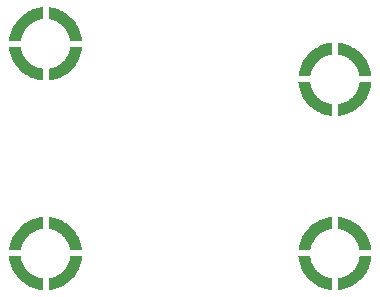
<source format=gtl>
%TF.GenerationSoftware,KiCad,Pcbnew,6.0.4-6f826c9f35~116~ubuntu18.04.1*%
%TF.CreationDate,2023-11-26T11:14:00-05:00*%
%TF.ProjectId,SH101_MOD_GRIP_BOARD,53483130-315f-44d4-9f44-5f475249505f,rev?*%
%TF.SameCoordinates,Original*%
%TF.FileFunction,Copper,L1,Top*%
%TF.FilePolarity,Positive*%
%FSLAX46Y46*%
G04 Gerber Fmt 4.6, Leading zero omitted, Abs format (unit mm)*
G04 Created by KiCad (PCBNEW 6.0.4-6f826c9f35~116~ubuntu18.04.1) date 2023-11-26 11:14:00*
%MOMM*%
%LPD*%
G01*
G04 APERTURE LIST*
G04 APERTURE END LIST*
%TO.C,SP2*%
G36*
X8001402Y-27905137D02*
G01*
X7911496Y-27917906D01*
X7822869Y-27934373D01*
X7735601Y-27954457D01*
X7649773Y-27978078D01*
X7565466Y-28005155D01*
X7482760Y-28035607D01*
X7401736Y-28069353D01*
X7322474Y-28106314D01*
X7245056Y-28146408D01*
X7169562Y-28189555D01*
X7096072Y-28235674D01*
X7024667Y-28284684D01*
X6955428Y-28336505D01*
X6888435Y-28391057D01*
X6823769Y-28448258D01*
X6761511Y-28508028D01*
X6701742Y-28570286D01*
X6644541Y-28634952D01*
X6589990Y-28701945D01*
X6538169Y-28771184D01*
X6489158Y-28842590D01*
X6443040Y-28916080D01*
X6399893Y-28991575D01*
X6359799Y-29068993D01*
X6322839Y-29148255D01*
X6289093Y-29229280D01*
X6258641Y-29311986D01*
X6231565Y-29396294D01*
X6207944Y-29482122D01*
X6187860Y-29569391D01*
X6171394Y-29658019D01*
X6158625Y-29747925D01*
X5162302Y-29747925D01*
X5176960Y-29606909D01*
X5197801Y-29467861D01*
X5224684Y-29330924D01*
X5257468Y-29196236D01*
X5296015Y-29063940D01*
X5340182Y-28934174D01*
X5389830Y-28807080D01*
X5444818Y-28682798D01*
X5505006Y-28561469D01*
X5570253Y-28443233D01*
X5640419Y-28328230D01*
X5715363Y-28216601D01*
X5794945Y-28108486D01*
X5879024Y-28004026D01*
X5967461Y-27903361D01*
X6060114Y-27806632D01*
X6156843Y-27713979D01*
X6257507Y-27625542D01*
X6361967Y-27541463D01*
X6470082Y-27461881D01*
X6581711Y-27386937D01*
X6696714Y-27316771D01*
X6814950Y-27251524D01*
X6936279Y-27191336D01*
X7060561Y-27136348D01*
X7187655Y-27086700D01*
X7317420Y-27042533D01*
X7449717Y-27003987D01*
X7584404Y-26971202D01*
X7721341Y-26944320D01*
X7860389Y-26923479D01*
X8001406Y-26908822D01*
X8001402Y-27905137D01*
G37*
G36*
X11326102Y-30389182D02*
G01*
X11305281Y-30528249D01*
X11278416Y-30665206D01*
X11245648Y-30799914D01*
X11207117Y-30932231D01*
X11162963Y-31062016D01*
X11113326Y-31189131D01*
X11058349Y-31313433D01*
X10998170Y-31434783D01*
X10932930Y-31553040D01*
X10862770Y-31668064D01*
X10787830Y-31779713D01*
X10708251Y-31887848D01*
X10624174Y-31992328D01*
X10535738Y-32093013D01*
X10443084Y-32189761D01*
X10346353Y-32282433D01*
X10245685Y-32370887D01*
X10141221Y-32454985D01*
X10033100Y-32534584D01*
X9921465Y-32609544D01*
X9806454Y-32679725D01*
X9688209Y-32744987D01*
X9566870Y-32805189D01*
X9442578Y-32860190D01*
X9315473Y-32909850D01*
X9185695Y-32954028D01*
X9053385Y-32992584D01*
X8918683Y-33025378D01*
X8781731Y-33052268D01*
X8642668Y-33073114D01*
X8501635Y-33087777D01*
X8501638Y-32090943D01*
X8591544Y-32078174D01*
X8680172Y-32061707D01*
X8767439Y-32041623D01*
X8853267Y-32018002D01*
X8937574Y-31990925D01*
X9020280Y-31960473D01*
X9101304Y-31926727D01*
X9180566Y-31889766D01*
X9257984Y-31849672D01*
X9333478Y-31806525D01*
X9406968Y-31760406D01*
X9478373Y-31711396D01*
X9547612Y-31659575D01*
X9614605Y-31605023D01*
X9679271Y-31547822D01*
X9741529Y-31488052D01*
X9801298Y-31425794D01*
X9858499Y-31361128D01*
X9913050Y-31294135D01*
X9964871Y-31224895D01*
X10013882Y-31153490D01*
X10060000Y-31080000D01*
X10103147Y-31004505D01*
X10143241Y-30927086D01*
X10180201Y-30847825D01*
X10213947Y-30766800D01*
X10244399Y-30684094D01*
X10271476Y-30599786D01*
X10295096Y-30513957D01*
X10315180Y-30426689D01*
X10331647Y-30338061D01*
X10344415Y-30248154D01*
X11340738Y-30248147D01*
X11326102Y-30389182D01*
G37*
G36*
X8642668Y-26922972D02*
G01*
X8781731Y-26943818D01*
X8918683Y-26970708D01*
X9053385Y-27003501D01*
X9185695Y-27042056D01*
X9315473Y-27086233D01*
X9442578Y-27135893D01*
X9566870Y-27190893D01*
X9688209Y-27251094D01*
X9806454Y-27316355D01*
X9921465Y-27386536D01*
X10033100Y-27461496D01*
X10141221Y-27541094D01*
X10245685Y-27625191D01*
X10346353Y-27713645D01*
X10443084Y-27806316D01*
X10535738Y-27903064D01*
X10624174Y-28003748D01*
X10708251Y-28108227D01*
X10787830Y-28216362D01*
X10862770Y-28328011D01*
X10932930Y-28443034D01*
X10998170Y-28561291D01*
X11058349Y-28682640D01*
X11113326Y-28806942D01*
X11162963Y-28934057D01*
X11207117Y-29063842D01*
X11245648Y-29196159D01*
X11278416Y-29330866D01*
X11305281Y-29467823D01*
X11326102Y-29606890D01*
X11340738Y-29747925D01*
X10344415Y-29747918D01*
X10331646Y-29658012D01*
X10315179Y-29569385D01*
X10295095Y-29482117D01*
X10271474Y-29396289D01*
X10244398Y-29311982D01*
X10213946Y-29229276D01*
X10180199Y-29148252D01*
X10143238Y-29068990D01*
X10103144Y-28991572D01*
X10059998Y-28916078D01*
X10013879Y-28842588D01*
X9964869Y-28771183D01*
X9913047Y-28701944D01*
X9858496Y-28634951D01*
X9801295Y-28570286D01*
X9741525Y-28508028D01*
X9679267Y-28448258D01*
X9614602Y-28391057D01*
X9547609Y-28336506D01*
X9478370Y-28284685D01*
X9406965Y-28235675D01*
X9333475Y-28189557D01*
X9257980Y-28146411D01*
X9180562Y-28106317D01*
X9101301Y-28069357D01*
X9020277Y-28035611D01*
X8937571Y-28005159D01*
X8853263Y-27978083D01*
X8767436Y-27954463D01*
X8680168Y-27934379D01*
X8591540Y-27917913D01*
X8501635Y-27905144D01*
X8501635Y-26908311D01*
X8642668Y-26922972D01*
G37*
G36*
X6158625Y-30248162D02*
G01*
X6171394Y-30338068D01*
X6187861Y-30426695D01*
X6207945Y-30513963D01*
X6231566Y-30599791D01*
X6258642Y-30684098D01*
X6289094Y-30766804D01*
X6322841Y-30847828D01*
X6359802Y-30927090D01*
X6399896Y-31004508D01*
X6443042Y-31080002D01*
X6489161Y-31153492D01*
X6538171Y-31224897D01*
X6589993Y-31294136D01*
X6644544Y-31361129D01*
X6701745Y-31425794D01*
X6761515Y-31488052D01*
X6823773Y-31547822D01*
X6888439Y-31605022D01*
X6955431Y-31659574D01*
X7024670Y-31711394D01*
X7096075Y-31760404D01*
X7169565Y-31806523D01*
X7245060Y-31849669D01*
X7322478Y-31889763D01*
X7401740Y-31926723D01*
X7482764Y-31960469D01*
X7565469Y-31990921D01*
X7649777Y-32017997D01*
X7735605Y-32041617D01*
X7822872Y-32061701D01*
X7911500Y-32078167D01*
X8001406Y-32090935D01*
X8001406Y-33087258D01*
X7860389Y-33072600D01*
X7721341Y-33051759D01*
X7584404Y-33024876D01*
X7449717Y-32992091D01*
X7317420Y-32953544D01*
X7187655Y-32909377D01*
X7060561Y-32859729D01*
X6936279Y-32804741D01*
X6814950Y-32744553D01*
X6696714Y-32679306D01*
X6581711Y-32609140D01*
X6470082Y-32534196D01*
X6361967Y-32454614D01*
X6257507Y-32370534D01*
X6156843Y-32282098D01*
X6060114Y-32189445D01*
X5967461Y-32092716D01*
X5879024Y-31992052D01*
X5794945Y-31887592D01*
X5715363Y-31779477D01*
X5640419Y-31667848D01*
X5570253Y-31552846D01*
X5505006Y-31434610D01*
X5444818Y-31313280D01*
X5389830Y-31188999D01*
X5340182Y-31061905D01*
X5296015Y-30932140D01*
X5257468Y-30799843D01*
X5224684Y-30665156D01*
X5197801Y-30528219D01*
X5176960Y-30389171D01*
X5162302Y-30248154D01*
X6158625Y-30248162D01*
G37*
%TO.C,SP1*%
G36*
X6158625Y-12498162D02*
G01*
X6171394Y-12588068D01*
X6187861Y-12676695D01*
X6207945Y-12763963D01*
X6231566Y-12849791D01*
X6258642Y-12934098D01*
X6289094Y-13016804D01*
X6322841Y-13097828D01*
X6359802Y-13177090D01*
X6399896Y-13254508D01*
X6443042Y-13330002D01*
X6489161Y-13403492D01*
X6538171Y-13474897D01*
X6589993Y-13544136D01*
X6644544Y-13611129D01*
X6701745Y-13675794D01*
X6761515Y-13738052D01*
X6823773Y-13797822D01*
X6888439Y-13855022D01*
X6955431Y-13909574D01*
X7024670Y-13961394D01*
X7096075Y-14010404D01*
X7169565Y-14056523D01*
X7245060Y-14099669D01*
X7322478Y-14139763D01*
X7401740Y-14176723D01*
X7482764Y-14210469D01*
X7565469Y-14240921D01*
X7649777Y-14267997D01*
X7735605Y-14291617D01*
X7822872Y-14311701D01*
X7911500Y-14328167D01*
X8001406Y-14340935D01*
X8001406Y-15337258D01*
X7860389Y-15322600D01*
X7721341Y-15301759D01*
X7584404Y-15274876D01*
X7449717Y-15242091D01*
X7317420Y-15203544D01*
X7187655Y-15159377D01*
X7060561Y-15109729D01*
X6936279Y-15054741D01*
X6814950Y-14994553D01*
X6696714Y-14929306D01*
X6581711Y-14859140D01*
X6470082Y-14784196D01*
X6361967Y-14704614D01*
X6257507Y-14620534D01*
X6156843Y-14532098D01*
X6060114Y-14439445D01*
X5967461Y-14342716D01*
X5879024Y-14242052D01*
X5794945Y-14137592D01*
X5715363Y-14029477D01*
X5640419Y-13917848D01*
X5570253Y-13802846D01*
X5505006Y-13684610D01*
X5444818Y-13563280D01*
X5389830Y-13438999D01*
X5340182Y-13311905D01*
X5296015Y-13182140D01*
X5257468Y-13049843D01*
X5224684Y-12915156D01*
X5197801Y-12778219D01*
X5176960Y-12639171D01*
X5162302Y-12498154D01*
X6158625Y-12498162D01*
G37*
G36*
X11326102Y-12639182D02*
G01*
X11305281Y-12778249D01*
X11278416Y-12915206D01*
X11245648Y-13049914D01*
X11207117Y-13182231D01*
X11162963Y-13312016D01*
X11113326Y-13439131D01*
X11058349Y-13563433D01*
X10998170Y-13684783D01*
X10932930Y-13803040D01*
X10862770Y-13918064D01*
X10787830Y-14029713D01*
X10708251Y-14137848D01*
X10624174Y-14242328D01*
X10535738Y-14343013D01*
X10443084Y-14439761D01*
X10346353Y-14532433D01*
X10245685Y-14620887D01*
X10141221Y-14704985D01*
X10033100Y-14784584D01*
X9921465Y-14859544D01*
X9806454Y-14929725D01*
X9688209Y-14994987D01*
X9566870Y-15055189D01*
X9442578Y-15110190D01*
X9315473Y-15159850D01*
X9185695Y-15204028D01*
X9053385Y-15242584D01*
X8918683Y-15275378D01*
X8781731Y-15302268D01*
X8642668Y-15323114D01*
X8501635Y-15337777D01*
X8501638Y-14340943D01*
X8591544Y-14328174D01*
X8680172Y-14311707D01*
X8767439Y-14291623D01*
X8853267Y-14268002D01*
X8937574Y-14240925D01*
X9020280Y-14210473D01*
X9101304Y-14176727D01*
X9180566Y-14139766D01*
X9257984Y-14099672D01*
X9333478Y-14056525D01*
X9406968Y-14010406D01*
X9478373Y-13961396D01*
X9547612Y-13909575D01*
X9614605Y-13855023D01*
X9679271Y-13797822D01*
X9741529Y-13738052D01*
X9801298Y-13675794D01*
X9858499Y-13611128D01*
X9913050Y-13544135D01*
X9964871Y-13474895D01*
X10013882Y-13403490D01*
X10060000Y-13330000D01*
X10103147Y-13254505D01*
X10143241Y-13177086D01*
X10180201Y-13097825D01*
X10213947Y-13016800D01*
X10244399Y-12934094D01*
X10271476Y-12849786D01*
X10295096Y-12763957D01*
X10315180Y-12676689D01*
X10331647Y-12588061D01*
X10344415Y-12498154D01*
X11340738Y-12498147D01*
X11326102Y-12639182D01*
G37*
G36*
X8001402Y-10155137D02*
G01*
X7911496Y-10167906D01*
X7822869Y-10184373D01*
X7735601Y-10204457D01*
X7649773Y-10228078D01*
X7565466Y-10255155D01*
X7482760Y-10285607D01*
X7401736Y-10319353D01*
X7322474Y-10356314D01*
X7245056Y-10396408D01*
X7169562Y-10439555D01*
X7096072Y-10485674D01*
X7024667Y-10534684D01*
X6955428Y-10586505D01*
X6888435Y-10641057D01*
X6823769Y-10698258D01*
X6761511Y-10758028D01*
X6701742Y-10820286D01*
X6644541Y-10884952D01*
X6589990Y-10951945D01*
X6538169Y-11021184D01*
X6489158Y-11092590D01*
X6443040Y-11166080D01*
X6399893Y-11241575D01*
X6359799Y-11318993D01*
X6322839Y-11398255D01*
X6289093Y-11479280D01*
X6258641Y-11561986D01*
X6231565Y-11646294D01*
X6207944Y-11732122D01*
X6187860Y-11819391D01*
X6171394Y-11908019D01*
X6158625Y-11997925D01*
X5162302Y-11997925D01*
X5176960Y-11856909D01*
X5197801Y-11717861D01*
X5224684Y-11580924D01*
X5257468Y-11446236D01*
X5296015Y-11313940D01*
X5340182Y-11184174D01*
X5389830Y-11057080D01*
X5444818Y-10932798D01*
X5505006Y-10811469D01*
X5570253Y-10693233D01*
X5640419Y-10578230D01*
X5715363Y-10466601D01*
X5794945Y-10358486D01*
X5879024Y-10254026D01*
X5967461Y-10153361D01*
X6060114Y-10056632D01*
X6156843Y-9963979D01*
X6257507Y-9875542D01*
X6361967Y-9791463D01*
X6470082Y-9711881D01*
X6581711Y-9636937D01*
X6696714Y-9566771D01*
X6814950Y-9501524D01*
X6936279Y-9441336D01*
X7060561Y-9386348D01*
X7187655Y-9336700D01*
X7317420Y-9292533D01*
X7449717Y-9253987D01*
X7584404Y-9221202D01*
X7721341Y-9194320D01*
X7860389Y-9173479D01*
X8001406Y-9158822D01*
X8001402Y-10155137D01*
G37*
G36*
X8642668Y-9172972D02*
G01*
X8781731Y-9193818D01*
X8918683Y-9220708D01*
X9053385Y-9253501D01*
X9185695Y-9292056D01*
X9315473Y-9336233D01*
X9442578Y-9385893D01*
X9566870Y-9440893D01*
X9688209Y-9501094D01*
X9806454Y-9566355D01*
X9921465Y-9636536D01*
X10033100Y-9711496D01*
X10141221Y-9791094D01*
X10245685Y-9875191D01*
X10346353Y-9963645D01*
X10443084Y-10056316D01*
X10535738Y-10153064D01*
X10624174Y-10253748D01*
X10708251Y-10358227D01*
X10787830Y-10466362D01*
X10862770Y-10578011D01*
X10932930Y-10693034D01*
X10998170Y-10811291D01*
X11058349Y-10932640D01*
X11113326Y-11056942D01*
X11162963Y-11184057D01*
X11207117Y-11313842D01*
X11245648Y-11446159D01*
X11278416Y-11580866D01*
X11305281Y-11717823D01*
X11326102Y-11856890D01*
X11340738Y-11997925D01*
X10344415Y-11997918D01*
X10331646Y-11908012D01*
X10315179Y-11819385D01*
X10295095Y-11732117D01*
X10271474Y-11646289D01*
X10244398Y-11561982D01*
X10213946Y-11479276D01*
X10180199Y-11398252D01*
X10143238Y-11318990D01*
X10103144Y-11241572D01*
X10059998Y-11166078D01*
X10013879Y-11092588D01*
X9964869Y-11021183D01*
X9913047Y-10951944D01*
X9858496Y-10884951D01*
X9801295Y-10820286D01*
X9741525Y-10758028D01*
X9679267Y-10698258D01*
X9614602Y-10641057D01*
X9547609Y-10586506D01*
X9478370Y-10534685D01*
X9406965Y-10485675D01*
X9333475Y-10439557D01*
X9257980Y-10396411D01*
X9180562Y-10356317D01*
X9101301Y-10319357D01*
X9020277Y-10285611D01*
X8937571Y-10255159D01*
X8853263Y-10228083D01*
X8767436Y-10204463D01*
X8680168Y-10184379D01*
X8591540Y-10167913D01*
X8501635Y-10155144D01*
X8501635Y-9158311D01*
X8642668Y-9172972D01*
G37*
%TO.C,SP4*%
G36*
X32501402Y-27905137D02*
G01*
X32411496Y-27917906D01*
X32322869Y-27934373D01*
X32235601Y-27954457D01*
X32149773Y-27978078D01*
X32065466Y-28005155D01*
X31982760Y-28035607D01*
X31901736Y-28069353D01*
X31822474Y-28106314D01*
X31745056Y-28146408D01*
X31669562Y-28189555D01*
X31596072Y-28235674D01*
X31524667Y-28284684D01*
X31455428Y-28336505D01*
X31388435Y-28391057D01*
X31323769Y-28448258D01*
X31261511Y-28508028D01*
X31201742Y-28570286D01*
X31144541Y-28634952D01*
X31089990Y-28701945D01*
X31038169Y-28771184D01*
X30989158Y-28842590D01*
X30943040Y-28916080D01*
X30899893Y-28991575D01*
X30859799Y-29068993D01*
X30822839Y-29148255D01*
X30789093Y-29229280D01*
X30758641Y-29311986D01*
X30731565Y-29396294D01*
X30707944Y-29482122D01*
X30687860Y-29569391D01*
X30671394Y-29658019D01*
X30658625Y-29747925D01*
X29662302Y-29747925D01*
X29676960Y-29606909D01*
X29697801Y-29467861D01*
X29724684Y-29330924D01*
X29757468Y-29196236D01*
X29796015Y-29063940D01*
X29840182Y-28934174D01*
X29889830Y-28807080D01*
X29944818Y-28682798D01*
X30005006Y-28561469D01*
X30070253Y-28443233D01*
X30140419Y-28328230D01*
X30215363Y-28216601D01*
X30294945Y-28108486D01*
X30379024Y-28004026D01*
X30467461Y-27903361D01*
X30560114Y-27806632D01*
X30656843Y-27713979D01*
X30757507Y-27625542D01*
X30861967Y-27541463D01*
X30970082Y-27461881D01*
X31081711Y-27386937D01*
X31196714Y-27316771D01*
X31314950Y-27251524D01*
X31436279Y-27191336D01*
X31560561Y-27136348D01*
X31687655Y-27086700D01*
X31817420Y-27042533D01*
X31949717Y-27003987D01*
X32084404Y-26971202D01*
X32221341Y-26944320D01*
X32360389Y-26923479D01*
X32501406Y-26908822D01*
X32501402Y-27905137D01*
G37*
G36*
X33142668Y-26922972D02*
G01*
X33281731Y-26943818D01*
X33418683Y-26970708D01*
X33553385Y-27003501D01*
X33685695Y-27042056D01*
X33815473Y-27086233D01*
X33942578Y-27135893D01*
X34066870Y-27190893D01*
X34188209Y-27251094D01*
X34306454Y-27316355D01*
X34421465Y-27386536D01*
X34533100Y-27461496D01*
X34641221Y-27541094D01*
X34745685Y-27625191D01*
X34846353Y-27713645D01*
X34943084Y-27806316D01*
X35035738Y-27903064D01*
X35124174Y-28003748D01*
X35208251Y-28108227D01*
X35287830Y-28216362D01*
X35362770Y-28328011D01*
X35432930Y-28443034D01*
X35498170Y-28561291D01*
X35558349Y-28682640D01*
X35613326Y-28806942D01*
X35662963Y-28934057D01*
X35707117Y-29063842D01*
X35745648Y-29196159D01*
X35778416Y-29330866D01*
X35805281Y-29467823D01*
X35826102Y-29606890D01*
X35840738Y-29747925D01*
X34844415Y-29747918D01*
X34831646Y-29658012D01*
X34815179Y-29569385D01*
X34795095Y-29482117D01*
X34771474Y-29396289D01*
X34744398Y-29311982D01*
X34713946Y-29229276D01*
X34680199Y-29148252D01*
X34643238Y-29068990D01*
X34603144Y-28991572D01*
X34559998Y-28916078D01*
X34513879Y-28842588D01*
X34464869Y-28771183D01*
X34413047Y-28701944D01*
X34358496Y-28634951D01*
X34301295Y-28570286D01*
X34241525Y-28508028D01*
X34179267Y-28448258D01*
X34114602Y-28391057D01*
X34047609Y-28336506D01*
X33978370Y-28284685D01*
X33906965Y-28235675D01*
X33833475Y-28189557D01*
X33757980Y-28146411D01*
X33680562Y-28106317D01*
X33601301Y-28069357D01*
X33520277Y-28035611D01*
X33437571Y-28005159D01*
X33353263Y-27978083D01*
X33267436Y-27954463D01*
X33180168Y-27934379D01*
X33091540Y-27917913D01*
X33001635Y-27905144D01*
X33001635Y-26908311D01*
X33142668Y-26922972D01*
G37*
G36*
X30658625Y-30248162D02*
G01*
X30671394Y-30338068D01*
X30687861Y-30426695D01*
X30707945Y-30513963D01*
X30731566Y-30599791D01*
X30758642Y-30684098D01*
X30789094Y-30766804D01*
X30822841Y-30847828D01*
X30859802Y-30927090D01*
X30899896Y-31004508D01*
X30943042Y-31080002D01*
X30989161Y-31153492D01*
X31038171Y-31224897D01*
X31089993Y-31294136D01*
X31144544Y-31361129D01*
X31201745Y-31425794D01*
X31261515Y-31488052D01*
X31323773Y-31547822D01*
X31388439Y-31605022D01*
X31455431Y-31659574D01*
X31524670Y-31711394D01*
X31596075Y-31760404D01*
X31669565Y-31806523D01*
X31745060Y-31849669D01*
X31822478Y-31889763D01*
X31901740Y-31926723D01*
X31982764Y-31960469D01*
X32065469Y-31990921D01*
X32149777Y-32017997D01*
X32235605Y-32041617D01*
X32322872Y-32061701D01*
X32411500Y-32078167D01*
X32501406Y-32090935D01*
X32501406Y-33087258D01*
X32360389Y-33072600D01*
X32221341Y-33051759D01*
X32084404Y-33024876D01*
X31949717Y-32992091D01*
X31817420Y-32953544D01*
X31687655Y-32909377D01*
X31560561Y-32859729D01*
X31436279Y-32804741D01*
X31314950Y-32744553D01*
X31196714Y-32679306D01*
X31081711Y-32609140D01*
X30970082Y-32534196D01*
X30861967Y-32454614D01*
X30757507Y-32370534D01*
X30656843Y-32282098D01*
X30560114Y-32189445D01*
X30467461Y-32092716D01*
X30379024Y-31992052D01*
X30294945Y-31887592D01*
X30215363Y-31779477D01*
X30140419Y-31667848D01*
X30070253Y-31552846D01*
X30005006Y-31434610D01*
X29944818Y-31313280D01*
X29889830Y-31188999D01*
X29840182Y-31061905D01*
X29796015Y-30932140D01*
X29757468Y-30799843D01*
X29724684Y-30665156D01*
X29697801Y-30528219D01*
X29676960Y-30389171D01*
X29662302Y-30248154D01*
X30658625Y-30248162D01*
G37*
G36*
X35826102Y-30389182D02*
G01*
X35805281Y-30528249D01*
X35778416Y-30665206D01*
X35745648Y-30799914D01*
X35707117Y-30932231D01*
X35662963Y-31062016D01*
X35613326Y-31189131D01*
X35558349Y-31313433D01*
X35498170Y-31434783D01*
X35432930Y-31553040D01*
X35362770Y-31668064D01*
X35287830Y-31779713D01*
X35208251Y-31887848D01*
X35124174Y-31992328D01*
X35035738Y-32093013D01*
X34943084Y-32189761D01*
X34846353Y-32282433D01*
X34745685Y-32370887D01*
X34641221Y-32454985D01*
X34533100Y-32534584D01*
X34421465Y-32609544D01*
X34306454Y-32679725D01*
X34188209Y-32744987D01*
X34066870Y-32805189D01*
X33942578Y-32860190D01*
X33815473Y-32909850D01*
X33685695Y-32954028D01*
X33553385Y-32992584D01*
X33418683Y-33025378D01*
X33281731Y-33052268D01*
X33142668Y-33073114D01*
X33001635Y-33087777D01*
X33001638Y-32090943D01*
X33091544Y-32078174D01*
X33180172Y-32061707D01*
X33267439Y-32041623D01*
X33353267Y-32018002D01*
X33437574Y-31990925D01*
X33520280Y-31960473D01*
X33601304Y-31926727D01*
X33680566Y-31889766D01*
X33757984Y-31849672D01*
X33833478Y-31806525D01*
X33906968Y-31760406D01*
X33978373Y-31711396D01*
X34047612Y-31659575D01*
X34114605Y-31605023D01*
X34179271Y-31547822D01*
X34241529Y-31488052D01*
X34301298Y-31425794D01*
X34358499Y-31361128D01*
X34413050Y-31294135D01*
X34464871Y-31224895D01*
X34513882Y-31153490D01*
X34560000Y-31080000D01*
X34603147Y-31004505D01*
X34643241Y-30927086D01*
X34680201Y-30847825D01*
X34713947Y-30766800D01*
X34744399Y-30684094D01*
X34771476Y-30599786D01*
X34795096Y-30513957D01*
X34815180Y-30426689D01*
X34831647Y-30338061D01*
X34844415Y-30248154D01*
X35840738Y-30248147D01*
X35826102Y-30389182D01*
G37*
%TO.C,SP3*%
G36*
X30658625Y-15498162D02*
G01*
X30671394Y-15588068D01*
X30687861Y-15676695D01*
X30707945Y-15763963D01*
X30731566Y-15849791D01*
X30758642Y-15934098D01*
X30789094Y-16016804D01*
X30822841Y-16097828D01*
X30859802Y-16177090D01*
X30899896Y-16254508D01*
X30943042Y-16330002D01*
X30989161Y-16403492D01*
X31038171Y-16474897D01*
X31089993Y-16544136D01*
X31144544Y-16611129D01*
X31201745Y-16675794D01*
X31261515Y-16738052D01*
X31323773Y-16797822D01*
X31388439Y-16855022D01*
X31455431Y-16909574D01*
X31524670Y-16961394D01*
X31596075Y-17010404D01*
X31669565Y-17056523D01*
X31745060Y-17099669D01*
X31822478Y-17139763D01*
X31901740Y-17176723D01*
X31982764Y-17210469D01*
X32065469Y-17240921D01*
X32149777Y-17267997D01*
X32235605Y-17291617D01*
X32322872Y-17311701D01*
X32411500Y-17328167D01*
X32501406Y-17340935D01*
X32501406Y-18337258D01*
X32360389Y-18322600D01*
X32221341Y-18301759D01*
X32084404Y-18274876D01*
X31949717Y-18242091D01*
X31817420Y-18203544D01*
X31687655Y-18159377D01*
X31560561Y-18109729D01*
X31436279Y-18054741D01*
X31314950Y-17994553D01*
X31196714Y-17929306D01*
X31081711Y-17859140D01*
X30970082Y-17784196D01*
X30861967Y-17704614D01*
X30757507Y-17620534D01*
X30656843Y-17532098D01*
X30560114Y-17439445D01*
X30467461Y-17342716D01*
X30379024Y-17242052D01*
X30294945Y-17137592D01*
X30215363Y-17029477D01*
X30140419Y-16917848D01*
X30070253Y-16802846D01*
X30005006Y-16684610D01*
X29944818Y-16563280D01*
X29889830Y-16438999D01*
X29840182Y-16311905D01*
X29796015Y-16182140D01*
X29757468Y-16049843D01*
X29724684Y-15915156D01*
X29697801Y-15778219D01*
X29676960Y-15639171D01*
X29662302Y-15498154D01*
X30658625Y-15498162D01*
G37*
G36*
X35826102Y-15639182D02*
G01*
X35805281Y-15778249D01*
X35778416Y-15915206D01*
X35745648Y-16049914D01*
X35707117Y-16182231D01*
X35662963Y-16312016D01*
X35613326Y-16439131D01*
X35558349Y-16563433D01*
X35498170Y-16684783D01*
X35432930Y-16803040D01*
X35362770Y-16918064D01*
X35287830Y-17029713D01*
X35208251Y-17137848D01*
X35124174Y-17242328D01*
X35035738Y-17343013D01*
X34943084Y-17439761D01*
X34846353Y-17532433D01*
X34745685Y-17620887D01*
X34641221Y-17704985D01*
X34533100Y-17784584D01*
X34421465Y-17859544D01*
X34306454Y-17929725D01*
X34188209Y-17994987D01*
X34066870Y-18055189D01*
X33942578Y-18110190D01*
X33815473Y-18159850D01*
X33685695Y-18204028D01*
X33553385Y-18242584D01*
X33418683Y-18275378D01*
X33281731Y-18302268D01*
X33142668Y-18323114D01*
X33001635Y-18337777D01*
X33001638Y-17340943D01*
X33091544Y-17328174D01*
X33180172Y-17311707D01*
X33267439Y-17291623D01*
X33353267Y-17268002D01*
X33437574Y-17240925D01*
X33520280Y-17210473D01*
X33601304Y-17176727D01*
X33680566Y-17139766D01*
X33757984Y-17099672D01*
X33833478Y-17056525D01*
X33906968Y-17010406D01*
X33978373Y-16961396D01*
X34047612Y-16909575D01*
X34114605Y-16855023D01*
X34179271Y-16797822D01*
X34241529Y-16738052D01*
X34301298Y-16675794D01*
X34358499Y-16611128D01*
X34413050Y-16544135D01*
X34464871Y-16474895D01*
X34513882Y-16403490D01*
X34560000Y-16330000D01*
X34603147Y-16254505D01*
X34643241Y-16177086D01*
X34680201Y-16097825D01*
X34713947Y-16016800D01*
X34744399Y-15934094D01*
X34771476Y-15849786D01*
X34795096Y-15763957D01*
X34815180Y-15676689D01*
X34831647Y-15588061D01*
X34844415Y-15498154D01*
X35840738Y-15498147D01*
X35826102Y-15639182D01*
G37*
G36*
X32501402Y-13155137D02*
G01*
X32411496Y-13167906D01*
X32322869Y-13184373D01*
X32235601Y-13204457D01*
X32149773Y-13228078D01*
X32065466Y-13255155D01*
X31982760Y-13285607D01*
X31901736Y-13319353D01*
X31822474Y-13356314D01*
X31745056Y-13396408D01*
X31669562Y-13439555D01*
X31596072Y-13485674D01*
X31524667Y-13534684D01*
X31455428Y-13586505D01*
X31388435Y-13641057D01*
X31323769Y-13698258D01*
X31261511Y-13758028D01*
X31201742Y-13820286D01*
X31144541Y-13884952D01*
X31089990Y-13951945D01*
X31038169Y-14021184D01*
X30989158Y-14092590D01*
X30943040Y-14166080D01*
X30899893Y-14241575D01*
X30859799Y-14318993D01*
X30822839Y-14398255D01*
X30789093Y-14479280D01*
X30758641Y-14561986D01*
X30731565Y-14646294D01*
X30707944Y-14732122D01*
X30687860Y-14819391D01*
X30671394Y-14908019D01*
X30658625Y-14997925D01*
X29662302Y-14997925D01*
X29676960Y-14856909D01*
X29697801Y-14717861D01*
X29724684Y-14580924D01*
X29757468Y-14446236D01*
X29796015Y-14313940D01*
X29840182Y-14184174D01*
X29889830Y-14057080D01*
X29944818Y-13932798D01*
X30005006Y-13811469D01*
X30070253Y-13693233D01*
X30140419Y-13578230D01*
X30215363Y-13466601D01*
X30294945Y-13358486D01*
X30379024Y-13254026D01*
X30467461Y-13153361D01*
X30560114Y-13056632D01*
X30656843Y-12963979D01*
X30757507Y-12875542D01*
X30861967Y-12791463D01*
X30970082Y-12711881D01*
X31081711Y-12636937D01*
X31196714Y-12566771D01*
X31314950Y-12501524D01*
X31436279Y-12441336D01*
X31560561Y-12386348D01*
X31687655Y-12336700D01*
X31817420Y-12292533D01*
X31949717Y-12253987D01*
X32084404Y-12221202D01*
X32221341Y-12194320D01*
X32360389Y-12173479D01*
X32501406Y-12158822D01*
X32501402Y-13155137D01*
G37*
G36*
X33142668Y-12172972D02*
G01*
X33281731Y-12193818D01*
X33418683Y-12220708D01*
X33553385Y-12253501D01*
X33685695Y-12292056D01*
X33815473Y-12336233D01*
X33942578Y-12385893D01*
X34066870Y-12440893D01*
X34188209Y-12501094D01*
X34306454Y-12566355D01*
X34421465Y-12636536D01*
X34533100Y-12711496D01*
X34641221Y-12791094D01*
X34745685Y-12875191D01*
X34846353Y-12963645D01*
X34943084Y-13056316D01*
X35035738Y-13153064D01*
X35124174Y-13253748D01*
X35208251Y-13358227D01*
X35287830Y-13466362D01*
X35362770Y-13578011D01*
X35432930Y-13693034D01*
X35498170Y-13811291D01*
X35558349Y-13932640D01*
X35613326Y-14056942D01*
X35662963Y-14184057D01*
X35707117Y-14313842D01*
X35745648Y-14446159D01*
X35778416Y-14580866D01*
X35805281Y-14717823D01*
X35826102Y-14856890D01*
X35840738Y-14997925D01*
X34844415Y-14997918D01*
X34831646Y-14908012D01*
X34815179Y-14819385D01*
X34795095Y-14732117D01*
X34771474Y-14646289D01*
X34744398Y-14561982D01*
X34713946Y-14479276D01*
X34680199Y-14398252D01*
X34643238Y-14318990D01*
X34603144Y-14241572D01*
X34559998Y-14166078D01*
X34513879Y-14092588D01*
X34464869Y-14021183D01*
X34413047Y-13951944D01*
X34358496Y-13884951D01*
X34301295Y-13820286D01*
X34241525Y-13758028D01*
X34179267Y-13698258D01*
X34114602Y-13641057D01*
X34047609Y-13586506D01*
X33978370Y-13534685D01*
X33906965Y-13485675D01*
X33833475Y-13439557D01*
X33757980Y-13396411D01*
X33680562Y-13356317D01*
X33601301Y-13319357D01*
X33520277Y-13285611D01*
X33437571Y-13255159D01*
X33353263Y-13228083D01*
X33267436Y-13204463D01*
X33180168Y-13184379D01*
X33091540Y-13167913D01*
X33001635Y-13155144D01*
X33001635Y-12158311D01*
X33142668Y-12172972D01*
G37*
%TD*%
M02*

</source>
